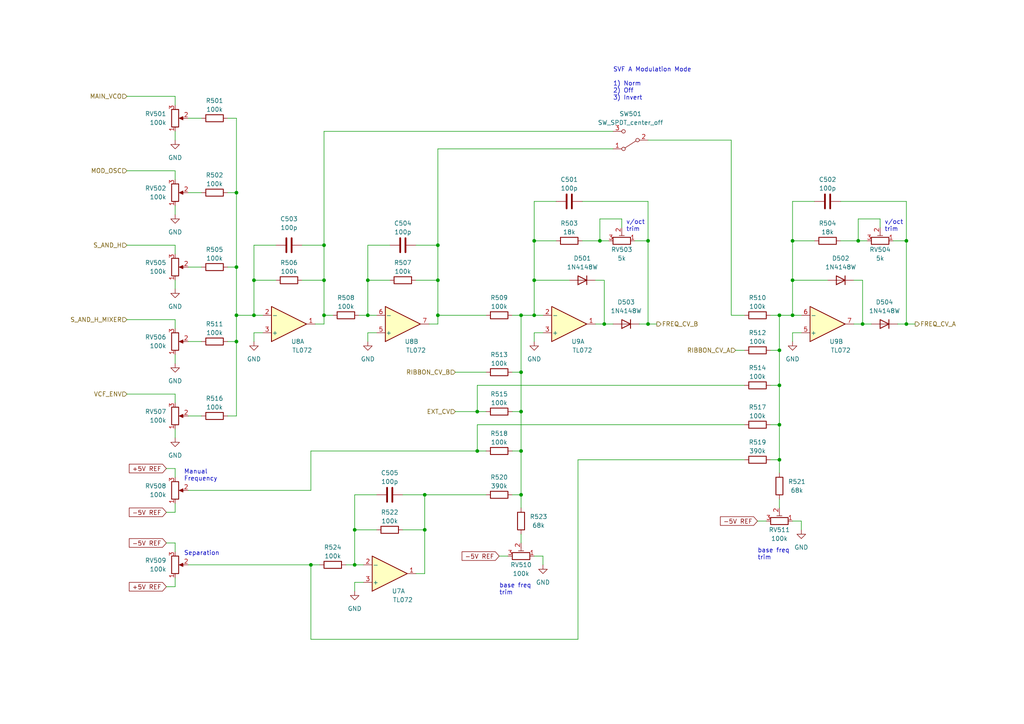
<source format=kicad_sch>
(kicad_sch (version 20211123) (generator eeschema)
  (paper "A4")
  (title_block (title "Josh Ox Ribbon Synth VCF/VCA board") (date "2022-07-21") (rev "0") (comment 1 "creativecommons.org/licenses/by/4.0/") (comment 2 "License: CC by 4.0") (comment 3 "Author: Jordan Aceto"))
  (lib_symbols
    (symbol "Amplifier_Operational:TL072" (pin_names (offset 0.127))
      (property "Reference" "U" (at 0 5.08 0))
      (property "Value" "TL072" (at 0 -5.08 0))
      (symbol "TL072_1_1"
        (polyline (pts (xy -5.08 5.08) (xy 5.08 0) (xy -5.08 -5.08) (xy -5.08 5.08)) (stroke (width 0.254)) (fill (type background)))
        (pin output line (at 7.62 0 180) (length 2.54) (name "~") (number "1"))
        (pin input line (at -7.62 -2.54 0) (length 2.54) (name "-") (number "2"))
        (pin input line (at -7.62 2.54 0) (length 2.54) (name "+") (number "3"))
      )
      (symbol "TL072_2_1"
        (polyline (pts (xy -5.08 5.08) (xy 5.08 0) (xy -5.08 -5.08) (xy -5.08 5.08)) (stroke (width 0.254)) (fill (type background)))
        (pin input line (at -7.62 2.54 0) (length 2.54) (name "+") (number "5"))
        (pin input line (at -7.62 -2.54 0) (length 2.54) (name "-") (number "6"))
        (pin output line (at 7.62 0 180) (length 2.54) (name "~") (number "7"))
      )
      (symbol "TL072_3_1"
        (pin power_in line (at -2.54 -7.62 90) (length 3.81) (name "V-") (number "4"))
        (pin power_in line (at -2.54 7.62 270) (length 3.81) (name "V+") (number "8"))
      )
    )
    (symbol "Device:C" (pin_numbers hide) (pin_names (offset 0.254))
      (property "Reference" "C" (at 0.635 2.54 0))
      (property "Value" "C" (at 0.635 -2.54 0))
      (symbol "C_0_1"
        (polyline (pts (xy -2.032 -0.762) (xy 2.032 -0.762)) (stroke (width 0.508)))
        (polyline (pts (xy -2.032 0.762) (xy 2.032 0.762)) (stroke (width 0.508)))
      )
      (symbol "C_1_1"
        (pin passive line (at 0 3.81 270) (length 2.794) (name "~") (number "1"))
        (pin passive line (at 0 -3.81 90) (length 2.794) (name "~") (number "2"))
      )
    )
    (symbol "Device:R" (pin_numbers hide) (pin_names (offset 0))
      (property "Reference" "R" (at 2.032 0 90))
      (property "Value" "R" (at 0 0 90))
      (symbol "R_0_1"
        (rectangle (start -1.016 -2.54) (end 1.016 2.54) (stroke (width 0.254)))
      )
      (symbol "R_1_1"
        (pin passive line (at 0 3.81 270) (length 1.27) (name "~") (number "1"))
        (pin passive line (at 0 -3.81 90) (length 1.27) (name "~") (number "2"))
      )
    )
    (symbol "Device:R_Potentiometer" (pin_names (offset 1.016) hide)
      (property "Reference" "RV" (at -4.445 0 90))
      (property "Value" "R_Potentiometer" (at -2.54 0 90))
      (symbol "R_Potentiometer_0_1"
        (polyline (pts (xy 2.54 0) (xy 1.524 0)))
        (polyline (pts (xy 1.143 0) (xy 2.286 0.508) (xy 2.286 -0.508) (xy 1.143 0)) (fill (type outline)))
        (rectangle (start 1.016 2.54) (end -1.016 -2.54) (stroke (width 0.254)))
      )
      (symbol "R_Potentiometer_1_1"
        (pin passive line (at 0 3.81 270) (length 1.27) (name "1") (number "1"))
        (pin passive line (at 3.81 0 180) (length 1.27) (name "2") (number "2"))
        (pin passive line (at 0 -3.81 90) (length 1.27) (name "3") (number "3"))
      )
    )
    (symbol "Device:R_Potentiometer_Trim" (pin_names (offset 1.016) hide)
      (property "Reference" "RV" (at -4.445 0 90))
      (property "Value" "R_Potentiometer_Trim" (at -2.54 0 90))
      (symbol "R_Potentiometer_Trim_0_1"
        (polyline (pts (xy 1.524 0.762) (xy 1.524 -0.762)))
        (polyline (pts (xy 2.54 0) (xy 1.524 0)))
        (rectangle (start 1.016 2.54) (end -1.016 -2.54) (stroke (width 0.254)))
      )
      (symbol "R_Potentiometer_Trim_1_1"
        (pin passive line (at 0 3.81 270) (length 1.27) (name "1") (number "1"))
        (pin passive line (at 3.81 0 180) (length 1.27) (name "2") (number "2"))
        (pin passive line (at 0 -3.81 90) (length 1.27) (name "3") (number "3"))
      )
    )
    (symbol "Diode:1N4148W" (pin_numbers hide) (pin_names (offset 1.016) hide)
      (property "Reference" "D" (at 0 2.54 0))
      (property "Value" "1N4148W" (at 0 -2.54 0))
      (symbol "1N4148W_0_1"
        (polyline (pts (xy -1.27 1.27) (xy -1.27 -1.27)) (stroke (width 0.254)))
        (polyline (pts (xy 1.27 0) (xy -1.27 0)))
        (polyline (pts (xy 1.27 1.27) (xy 1.27 -1.27) (xy -1.27 0) (xy 1.27 1.27)) (stroke (width 0.254)))
      )
      (symbol "1N4148W_1_1"
        (pin passive line (at -3.81 0 0) (length 2.54) (name "K") (number "1"))
        (pin passive line (at 3.81 0 180) (length 2.54) (name "A") (number "2"))
      )
    )
    (symbol "Switch:SW_SPDT" (pin_names (offset 0) hide)
      (property "Reference" "SW" (at 0 4.318 0))
      (property "Value" "SW_SPDT" (at 0 -5.08 0))
      (symbol "SW_SPDT_0_0"
        (circle (center -2.032 0) (radius 0.508))
        (circle (center 2.032 -2.54) (radius 0.508))
      )
      (symbol "SW_SPDT_0_1"
        (polyline (pts (xy -1.524 0.254) (xy 1.651 2.286)))
        (circle (center 2.032 2.54) (radius 0.508))
      )
      (symbol "SW_SPDT_1_1"
        (pin passive line (at 5.08 2.54 180) (length 2.54) (name "A") (number "1"))
        (pin passive line (at -5.08 0 0) (length 2.54) (name "B") (number "2"))
        (pin passive line (at 5.08 -2.54 180) (length 2.54) (name "C") (number "3"))
      )
    )
    (symbol "power:GND" (power) (pin_names (offset 0))
      (property "Value" "GND" (at 0 -3.81 0))
      (symbol "GND_0_1"
        (polyline (pts (xy 0 0) (xy 0 -1.27) (xy 1.27 -1.27) (xy 0 -2.54) (xy -1.27 -1.27) (xy 0 -1.27)))
      )
      (symbol "GND_1_1"
        (pin power_in line (at 0 0 270) (length 0) hide (name "GND") (number "1"))
      )
    )
  )
  (junction (at 250.19 93.98))
  (junction (at 68.58 91.44))
  (junction (at 151.13 119.38))
  (junction (at 187.96 69.85))
  (junction (at 93.98 81.28))
  (junction (at 226.06 133.35))
  (junction (at 187.96 93.98))
  (junction (at 226.06 91.44))
  (junction (at 175.26 93.98))
  (junction (at 229.87 81.28))
  (junction (at 102.87 163.83))
  (junction (at 68.58 55.88))
  (junction (at 226.06 101.6))
  (junction (at 123.19 153.67))
  (junction (at 127 71.12))
  (junction (at 262.89 69.85))
  (junction (at 123.19 143.51))
  (junction (at 151.13 91.44))
  (junction (at 73.66 81.28))
  (junction (at 90.17 163.83))
  (junction (at 229.87 91.44))
  (junction (at 127 91.44))
  (junction (at 151.13 143.51))
  (junction (at 68.58 77.47))
  (junction (at 154.94 69.85))
  (junction (at 73.66 91.44))
  (junction (at 102.87 153.67))
  (junction (at 106.68 81.28))
  (junction (at 93.98 71.12))
  (junction (at 138.43 130.81))
  (junction (at 127 81.28))
  (junction (at 226.06 123.19))
  (junction (at 93.98 91.44))
  (junction (at 154.94 91.44))
  (junction (at 154.94 81.28))
  (junction (at 68.58 99.06))
  (junction (at 138.43 119.38))
  (junction (at 248.92 69.85))
  (junction (at 151.13 130.81))
  (junction (at 226.06 111.76))
  (junction (at 106.68 91.44))
  (junction (at 173.99 69.85))
  (junction (at 151.13 107.95))
  (junction (at 229.87 69.85))
  (junction (at 262.89 93.98))
  (wire (pts (xy 148.59 143.51) (xy 151.13 143.51)))
  (wire (pts (xy 138.43 119.38) (xy 138.43 111.76)))
  (wire (pts (xy 229.87 81.28) (xy 240.03 81.28)))
  (wire (pts (xy 175.26 81.28) (xy 172.72 81.28)))
  (wire (pts (xy 109.22 91.44) (xy 106.68 91.44)))
  (wire (pts (xy 109.22 143.51) (xy 102.87 143.51)))
  (wire (pts (xy 50.8 135.89) (xy 50.8 138.43)))
  (wire (pts (xy 151.13 91.44) (xy 151.13 107.95)))
  (wire (pts (xy 50.8 127) (xy 50.8 124.46)))
  (wire (pts (xy 138.43 111.76) (xy 215.9 111.76)))
  (wire (pts (xy 90.17 142.24) (xy 90.17 130.81)))
  (wire (pts (xy 248.92 63.5) (xy 248.92 69.85)))
  (wire (pts (xy 157.48 163.83) (xy 157.48 161.29)))
  (wire (pts (xy 262.89 93.98) (xy 262.89 69.85)))
  (wire (pts (xy 90.17 185.42) (xy 167.64 185.42)))
  (wire (pts (xy 154.94 58.42) (xy 154.94 69.85)))
  (wire (pts (xy 36.83 71.12) (xy 50.8 71.12)))
  (wire (pts (xy 93.98 91.44) (xy 93.98 81.28)))
  (wire (pts (xy 124.46 93.98) (xy 127 93.98)))
  (wire (pts (xy 223.52 111.76) (xy 226.06 111.76)))
  (wire (pts (xy 73.66 71.12) (xy 73.66 81.28)))
  (wire (pts (xy 50.8 105.41) (xy 50.8 102.87)))
  (wire (pts (xy 50.8 49.53) (xy 50.8 52.07)))
  (wire (pts (xy 138.43 123.19) (xy 215.9 123.19)))
  (wire (pts (xy 73.66 96.52) (xy 76.2 96.52)))
  (wire (pts (xy 248.92 69.85) (xy 243.84 69.85)))
  (wire (pts (xy 48.26 157.48) (xy 50.8 157.48)))
  (wire (pts (xy 54.61 120.65) (xy 58.42 120.65)))
  (wire (pts (xy 173.99 63.5) (xy 173.99 69.85)))
  (wire (pts (xy 50.8 62.23) (xy 50.8 59.69)))
  (wire (pts (xy 113.03 71.12) (xy 106.68 71.12)))
  (wire (pts (xy 175.26 93.98) (xy 175.26 81.28)))
  (wire (pts (xy 50.8 157.48) (xy 50.8 160.02)))
  (wire (pts (xy 229.87 96.52) (xy 232.41 96.52)))
  (wire (pts (xy 168.91 58.42) (xy 187.96 58.42)))
  (wire (pts (xy 226.06 101.6) (xy 226.06 111.76)))
  (wire (pts (xy 236.22 58.42) (xy 229.87 58.42)))
  (wire (pts (xy 93.98 81.28) (xy 87.63 81.28)))
  (wire (pts (xy 177.8 43.18) (xy 127 43.18)))
  (wire (pts (xy 104.14 91.44) (xy 106.68 91.44)))
  (wire (pts (xy 54.61 34.29) (xy 58.42 34.29)))
  (wire (pts (xy 226.06 91.44) (xy 229.87 91.44)))
  (wire (pts (xy 177.8 38.1) (xy 93.98 38.1)))
  (wire (pts (xy 255.27 66.04) (xy 255.27 63.5)))
  (wire (pts (xy 50.8 71.12) (xy 50.8 73.66)))
  (wire (pts (xy 262.89 69.85) (xy 259.08 69.85)))
  (wire (pts (xy 232.41 153.67) (xy 232.41 151.13)))
  (wire (pts (xy 76.2 91.44) (xy 73.66 91.44)))
  (wire (pts (xy 127 91.44) (xy 127 81.28)))
  (wire (pts (xy 48.26 170.18) (xy 50.8 170.18)))
  (wire (pts (xy 173.99 69.85) (xy 168.91 69.85)))
  (wire (pts (xy 232.41 91.44) (xy 229.87 91.44)))
  (wire (pts (xy 50.8 170.18) (xy 50.8 167.64)))
  (wire (pts (xy 226.06 91.44) (xy 223.52 91.44)))
  (wire (pts (xy 180.34 66.04) (xy 180.34 63.5)))
  (wire (pts (xy 66.04 120.65) (xy 68.58 120.65)))
  (wire (pts (xy 50.8 83.82) (xy 50.8 81.28)))
  (wire (pts (xy 106.68 71.12) (xy 106.68 81.28)))
  (wire (pts (xy 66.04 99.06) (xy 68.58 99.06)))
  (wire (pts (xy 123.19 153.67) (xy 116.84 153.67)))
  (wire (pts (xy 229.87 81.28) (xy 229.87 91.44)))
  (wire (pts (xy 187.96 93.98) (xy 187.96 69.85)))
  (wire (pts (xy 250.19 81.28) (xy 247.65 81.28)))
  (wire (pts (xy 226.06 123.19) (xy 226.06 133.35)))
  (wire (pts (xy 154.94 69.85) (xy 161.29 69.85)))
  (wire (pts (xy 102.87 168.91) (xy 105.41 168.91)))
  (wire (pts (xy 229.87 69.85) (xy 229.87 81.28)))
  (wire (pts (xy 73.66 99.06) (xy 73.66 96.52)))
  (wire (pts (xy 54.61 142.24) (xy 90.17 142.24)))
  (wire (pts (xy 175.26 93.98) (xy 177.8 93.98)))
  (wire (pts (xy 226.06 133.35) (xy 226.06 137.16)))
  (wire (pts (xy 243.84 58.42) (xy 262.89 58.42)))
  (wire (pts (xy 127 93.98) (xy 127 91.44)))
  (wire (pts (xy 102.87 171.45) (xy 102.87 168.91)))
  (wire (pts (xy 120.65 166.37) (xy 123.19 166.37)))
  (wire (pts (xy 90.17 163.83) (xy 92.71 163.83)))
  (wire (pts (xy 229.87 99.06) (xy 229.87 96.52)))
  (wire (pts (xy 172.72 93.98) (xy 175.26 93.98)))
  (wire (pts (xy 102.87 163.83) (xy 102.87 153.67)))
  (wire (pts (xy 48.26 148.59) (xy 50.8 148.59)))
  (wire (pts (xy 87.63 71.12) (xy 93.98 71.12)))
  (wire (pts (xy 132.08 119.38) (xy 138.43 119.38)))
  (wire (pts (xy 154.94 69.85) (xy 154.94 81.28)))
  (wire (pts (xy 91.44 93.98) (xy 93.98 93.98)))
  (wire (pts (xy 185.42 93.98) (xy 187.96 93.98)))
  (wire (pts (xy 262.89 58.42) (xy 262.89 69.85)))
  (wire (pts (xy 93.98 91.44) (xy 96.52 91.44)))
  (wire (pts (xy 90.17 163.83) (xy 90.17 185.42)))
  (wire (pts (xy 151.13 91.44) (xy 148.59 91.44)))
  (wire (pts (xy 215.9 91.44) (xy 212.09 91.44)))
  (wire (pts (xy 106.68 91.44) (xy 106.68 81.28)))
  (wire (pts (xy 106.68 96.52) (xy 109.22 96.52)))
  (wire (pts (xy 148.59 119.38) (xy 151.13 119.38)))
  (wire (pts (xy 127 43.18) (xy 127 71.12)))
  (wire (pts (xy 167.64 185.42) (xy 167.64 133.35)))
  (wire (pts (xy 223.52 133.35) (xy 226.06 133.35)))
  (wire (pts (xy 212.09 91.44) (xy 212.09 40.64)))
  (wire (pts (xy 106.68 99.06) (xy 106.68 96.52)))
  (wire (pts (xy 66.04 55.88) (xy 68.58 55.88)))
  (wire (pts (xy 255.27 63.5) (xy 248.92 63.5)))
  (wire (pts (xy 127 71.12) (xy 127 81.28)))
  (wire (pts (xy 151.13 119.38) (xy 151.13 130.81)))
  (wire (pts (xy 127 91.44) (xy 140.97 91.44)))
  (wire (pts (xy 68.58 34.29) (xy 66.04 34.29)))
  (wire (pts (xy 105.41 163.83) (xy 102.87 163.83)))
  (wire (pts (xy 187.96 69.85) (xy 184.15 69.85)))
  (wire (pts (xy 93.98 38.1) (xy 93.98 71.12)))
  (wire (pts (xy 232.41 151.13) (xy 229.87 151.13)))
  (wire (pts (xy 180.34 63.5) (xy 173.99 63.5)))
  (wire (pts (xy 151.13 91.44) (xy 154.94 91.44)))
  (wire (pts (xy 54.61 99.06) (xy 58.42 99.06)))
  (wire (pts (xy 93.98 71.12) (xy 93.98 81.28)))
  (wire (pts (xy 50.8 40.64) (xy 50.8 38.1)))
  (wire (pts (xy 148.59 107.95) (xy 151.13 107.95)))
  (wire (pts (xy 132.08 107.95) (xy 140.97 107.95)))
  (wire (pts (xy 151.13 154.94) (xy 151.13 157.48)))
  (wire (pts (xy 48.26 135.89) (xy 50.8 135.89)))
  (wire (pts (xy 154.94 81.28) (xy 165.1 81.28)))
  (wire (pts (xy 148.59 130.81) (xy 151.13 130.81)))
  (wire (pts (xy 223.52 101.6) (xy 226.06 101.6)))
  (wire (pts (xy 226.06 144.78) (xy 226.06 147.32)))
  (wire (pts (xy 151.13 130.81) (xy 151.13 143.51)))
  (wire (pts (xy 229.87 58.42) (xy 229.87 69.85)))
  (wire (pts (xy 68.58 120.65) (xy 68.58 99.06)))
  (wire (pts (xy 226.06 91.44) (xy 226.06 101.6)))
  (wire (pts (xy 36.83 49.53) (xy 50.8 49.53)))
  (wire (pts (xy 54.61 77.47) (xy 58.42 77.47)))
  (wire (pts (xy 102.87 153.67) (xy 109.22 153.67)))
  (wire (pts (xy 36.83 114.3) (xy 50.8 114.3)))
  (wire (pts (xy 73.66 91.44) (xy 73.66 81.28)))
  (wire (pts (xy 138.43 130.81) (xy 138.43 123.19)))
  (wire (pts (xy 223.52 123.19) (xy 226.06 123.19)))
  (wire (pts (xy 116.84 143.51) (xy 123.19 143.51)))
  (wire (pts (xy 68.58 91.44) (xy 73.66 91.44)))
  (wire (pts (xy 226.06 111.76) (xy 226.06 123.19)))
  (wire (pts (xy 50.8 92.71) (xy 50.8 95.25)))
  (wire (pts (xy 161.29 58.42) (xy 154.94 58.42)))
  (wire (pts (xy 138.43 119.38) (xy 140.97 119.38)))
  (wire (pts (xy 247.65 93.98) (xy 250.19 93.98)))
  (wire (pts (xy 50.8 114.3) (xy 50.8 116.84)))
  (wire (pts (xy 120.65 71.12) (xy 127 71.12)))
  (wire (pts (xy 123.19 143.51) (xy 140.97 143.51)))
  (wire (pts (xy 157.48 91.44) (xy 154.94 91.44)))
  (wire (pts (xy 90.17 130.81) (xy 138.43 130.81)))
  (wire (pts (xy 154.94 96.52) (xy 157.48 96.52)))
  (wire (pts (xy 127 81.28) (xy 120.65 81.28)))
  (wire (pts (xy 100.33 163.83) (xy 102.87 163.83)))
  (wire (pts (xy 213.36 101.6) (xy 215.9 101.6)))
  (wire (pts (xy 73.66 81.28) (xy 80.01 81.28)))
  (wire (pts (xy 68.58 55.88) (xy 68.58 34.29)))
  (wire (pts (xy 54.61 55.88) (xy 58.42 55.88)))
  (wire (pts (xy 212.09 40.64) (xy 187.96 40.64)))
  (wire (pts (xy 36.83 92.71) (xy 50.8 92.71)))
  (wire (pts (xy 262.89 93.98) (xy 265.43 93.98)))
  (wire (pts (xy 219.71 151.13) (xy 222.25 151.13)))
  (wire (pts (xy 154.94 81.28) (xy 154.94 91.44)))
  (wire (pts (xy 80.01 71.12) (xy 73.66 71.12)))
  (wire (pts (xy 250.19 93.98) (xy 252.73 93.98)))
  (wire (pts (xy 123.19 143.51) (xy 123.19 153.67)))
  (wire (pts (xy 176.53 69.85) (xy 173.99 69.85)))
  (wire (pts (xy 151.13 143.51) (xy 151.13 147.32)))
  (wire (pts (xy 187.96 93.98) (xy 190.5 93.98)))
  (wire (pts (xy 66.04 77.47) (xy 68.58 77.47)))
  (wire (pts (xy 154.94 99.06) (xy 154.94 96.52)))
  (wire (pts (xy 106.68 81.28) (xy 113.03 81.28)))
  (wire (pts (xy 68.58 77.47) (xy 68.58 91.44)))
  (wire (pts (xy 144.78 161.29) (xy 147.32 161.29)))
  (wire (pts (xy 187.96 58.42) (xy 187.96 69.85)))
  (wire (pts (xy 157.48 161.29) (xy 154.94 161.29)))
  (wire (pts (xy 50.8 148.59) (xy 50.8 146.05)))
  (wire (pts (xy 54.61 163.83) (xy 90.17 163.83)))
  (wire (pts (xy 260.35 93.98) (xy 262.89 93.98)))
  (wire (pts (xy 123.19 153.67) (xy 123.19 166.37)))
  (wire (pts (xy 138.43 130.81) (xy 140.97 130.81)))
  (wire (pts (xy 50.8 27.94) (xy 50.8 30.48)))
  (wire (pts (xy 102.87 143.51) (xy 102.87 153.67)))
  (wire (pts (xy 36.83 27.94) (xy 50.8 27.94)))
  (wire (pts (xy 151.13 107.95) (xy 151.13 119.38)))
  (wire (pts (xy 251.46 69.85) (xy 248.92 69.85)))
  (wire (pts (xy 167.64 133.35) (xy 215.9 133.35)))
  (wire (pts (xy 68.58 91.44) (xy 68.58 99.06)))
  (wire (pts (xy 93.98 93.98) (xy 93.98 91.44)))
  (wire (pts (xy 250.19 93.98) (xy 250.19 81.28)))
  (wire (pts (xy 68.58 77.47) (xy 68.58 55.88)))
  (wire (pts (xy 229.87 69.85) (xy 236.22 69.85)))
  (text "Manual \nFrequency" (at 53.34 139.7 0) (effects (font (size 1.27 1.27)) (justify left bottom)))
  (text "SVF A Modulation Mode\n\n1) Norm\n2) Off\n3) Invert" (at 177.8 29.21 0) (effects (font (size 1.27 1.27)) (justify left bottom)))
  (text "Separation" (at 53.34 161.29 0) (effects (font (size 1.27 1.27)) (justify left bottom)))
  (text "base freq\ntrim" (at 144.78 172.72 0) (effects (font (size 1.27 1.27)) (justify left bottom)))
  (text "base freq\ntrim" (at 219.71 162.56 0) (effects (font (size 1.27 1.27)) (justify left bottom)))
  (text "v/oct \ntrim" (at 256.54 67.31 0) (effects (font (size 1.27 1.27)) (justify left bottom)))
  (text "v/oct \ntrim" (at 181.61 67.31 0) (effects (font (size 1.27 1.27)) (justify left bottom)))
  (global_label "-5V REF" (shape input) (at 48.26 148.59 180) (property "Intersheet References" "${INTERSHEET_REFS}" (effects hide)))
  (global_label "-5V REF" (shape input) (at 48.26 157.48 180) (property "Intersheet References" "${INTERSHEET_REFS}" (effects hide)))
  (global_label "-5V REF" (shape input) (at 144.78 161.29 180) (property "Intersheet References" "${INTERSHEET_REFS}" (effects hide)))
  (global_label "+5V REF" (shape input) (at 48.26 170.18 180) (property "Intersheet References" "${INTERSHEET_REFS}" (effects hide)))
  (global_label "-5V REF" (shape input) (at 219.71 151.13 180) (property "Intersheet References" "${INTERSHEET_REFS}" (effects hide)))
  (global_label "+5V REF" (shape input) (at 48.26 135.89 180) (property "Intersheet References" "${INTERSHEET_REFS}" (effects hide)))
  (hierarchical_label "RIBBON_CV_A" (shape input) (at 213.36 101.6 180))
  (hierarchical_label "EXT_CV" (shape input) (at 132.08 119.38 180))
  (hierarchical_label "VCF_ENV" (shape input) (at 36.83 114.3 180))
  (hierarchical_label "MAIN_VCO" (shape input) (at 36.83 27.94 180))
  (hierarchical_label "FREQ_CV_A" (shape output) (at 265.43 93.98 0))
  (hierarchical_label "S_AND_H_MIXER" (shape input) (at 36.83 92.71 180))
  (hierarchical_label "MOD_OSC" (shape input) (at 36.83 49.53 180))
  (hierarchical_label "S_AND_H" (shape input) (at 36.83 71.12 180))
  (hierarchical_label "RIBBON_CV_B" (shape input) (at 132.08 107.95 180))
  (hierarchical_label "FREQ_CV_B" (shape output) (at 190.5 93.98 0))
  (symbol (lib_id "power:GND") (at 229.87 99.06 0) (unit 1)
    (property "Reference" "#PWR0407" (effects hide))
    (property "Value" "GND" (at 229.87 104.14 0))
  )
  (symbol (lib_id "Device:C") (at 116.84 71.12 90) (unit 1)
    (property "Reference" "C504" (at 116.84 64.77 90))
    (property "Value" "100p" (at 116.84 67.31 90))
    (property "Footprint" "Capacitor_SMD:C_0805_2012Metric" (effects hide))
  )
  (symbol (lib_id "Device:C") (at 83.82 71.12 90) (unit 1)
    (property "Reference" "C503" (at 83.82 63.5 90))
    (property "Value" "100p" (at 83.82 66.04 90))
    (property "Footprint" "Capacitor_SMD:C_0805_2012Metric" (effects hide))
  )
  (symbol (lib_id "power:GND") (at 50.8 105.41 0) (unit 1)
    (property "Reference" "#PWR0408" (effects hide))
    (property "Value" "GND" (at 50.8 110.49 0))
  )
  (symbol (lib_id "power:GND") (at 50.8 127 0) (unit 1)
    (property "Reference" "#PWR0409" (effects hide))
    (property "Value" "GND" (at 50.8 132.08 0))
  )
  (symbol (lib_id "Device:C") (at 240.03 58.42 90) (unit 1)
    (property "Reference" "C502" (at 240.03 52.07 90))
    (property "Value" "100p" (at 240.03 54.61 90))
    (property "Footprint" "Capacitor_SMD:C_0805_2012Metric" (effects hide))
  )
  (symbol (lib_id "Device:R") (at 165.1 69.85 90) (unit 1)
    (property "Reference" "R503" (at 165.1 64.77 90))
    (property "Value" "18k" (at 165.1 67.31 90))
    (property "Footprint" "Resistor_SMD:R_0805_2012Metric" (effects hide))
  )
  (symbol (lib_id "Device:R") (at 62.23 34.29 90) (unit 1)
    (property "Reference" "R501" (at 62.23 29.21 90))
    (property "Value" "100k" (at 62.23 31.75 90))
    (property "Footprint" "Resistor_SMD:R_0805_2012Metric" (effects hide))
  )
  (symbol (lib_id "Device:R") (at 219.71 133.35 90) (unit 1)
    (property "Reference" "R519" (at 219.71 128.27 90))
    (property "Value" "390k" (at 219.71 130.81 90))
    (property "Footprint" "Resistor_SMD:R_0805_2012Metric" (effects hide))
  )
  (symbol (lib_id "Device:R_Potentiometer") (at 50.8 163.83 0) (mirror x) (unit 1)
    (property "Reference" "RV509" (at 48.26 162.5599 0) (effects (justify right)))
    (property "Value" "100k" (at 48.26 165.0999 0) (effects (justify right)))
    (property "Footprint" "Potentiometer_THT:Potentiometer_Alpha_RD901F-40-00D_Single_Vertical" (effects hide))
  )
  (symbol (lib_id "Device:R_Potentiometer") (at 50.8 99.06 0) (mirror x) (unit 1)
    (property "Reference" "RV506" (at 48.26 97.7899 0) (effects (justify right)))
    (property "Value" "100k" (at 48.26 100.3299 0) (effects (justify right)))
    (property "Footprint" "Potentiometer_THT:Potentiometer_Alpha_RD901F-40-00D_Single_Vertical" (effects hide))
  )
  (symbol (lib_id "Device:R") (at 62.23 99.06 90) (unit 1)
    (property "Reference" "R511" (at 62.23 93.98 90))
    (property "Value" "100k" (at 62.23 96.52 90))
    (property "Footprint" "Resistor_SMD:R_0805_2012Metric" (effects hide))
  )
  (symbol (lib_id "power:GND") (at 50.8 62.23 0) (unit 1)
    (property "Reference" "#PWR0402" (effects hide))
    (property "Value" "GND" (at 50.8 67.31 0))
  )
  (symbol (lib_id "Amplifier_Operational:TL072") (at 165.1 93.98 0) (mirror x) (unit 1)
    (property "Reference" "U9" (at 167.64 99.06 0))
    (property "Value" "TL072" (at 168.91 101.6 0))
    (property "Footprint" "Package_SO:SO-8_5.3x6.2mm_P1.27mm" (effects hide))
    (property "Datasheet" "http://www.ti.com/lit/ds/symlink/tl071.pdf" (effects hide))
  )
  (symbol (lib_id "Amplifier_Operational:TL072") (at 83.82 93.98 0) (mirror x) (unit 1)
    (property "Reference" "U8" (at 86.36 99.06 0))
    (property "Value" "TL072" (at 87.63 101.6 0))
    (property "Footprint" "Package_SO:SO-8_5.3x6.2mm_P1.27mm" (effects hide))
    (property "Datasheet" "http://www.ti.com/lit/ds/symlink/tl071.pdf" (effects hide))
  )
  (symbol (lib_id "Device:R_Potentiometer") (at 50.8 34.29 0) (mirror x) (unit 1)
    (property "Reference" "RV501" (at 48.26 33.0199 0) (effects (justify right)))
    (property "Value" "100k" (at 48.26 35.5599 0) (effects (justify right)))
    (property "Footprint" "Potentiometer_THT:Potentiometer_Alpha_RD901F-40-00D_Single_Vertical" (effects hide))
  )
  (symbol (lib_id "Device:R") (at 113.03 153.67 90) (unit 1)
    (property "Reference" "R522" (at 113.03 148.59 90))
    (property "Value" "100k" (at 113.03 151.13 90))
    (property "Footprint" "Resistor_SMD:R_0805_2012Metric" (effects hide))
  )
  (symbol (lib_id "Device:R") (at 62.23 77.47 90) (unit 1)
    (property "Reference" "R505" (at 62.23 72.39 90))
    (property "Value" "100k" (at 62.23 74.93 90))
    (property "Footprint" "Resistor_SMD:R_0805_2012Metric" (effects hide))
  )
  (symbol (lib_id "Device:R") (at 219.71 123.19 90) (unit 1)
    (property "Reference" "R517" (at 219.71 118.11 90))
    (property "Value" "100k" (at 219.71 120.65 90))
    (property "Footprint" "Resistor_SMD:R_0805_2012Metric" (effects hide))
  )
  (symbol (lib_id "Diode:1N4148W") (at 168.91 81.28 180) (unit 1)
    (property "Reference" "D501" (at 168.91 74.93 0))
    (property "Value" "1N4148W" (at 168.91 77.47 0))
    (property "Footprint" "Diode_SMD:D_SOD-123" (effects hide))
    (property "Datasheet" "https://www.vishay.com/docs/85748/1n4148w.pdf" (effects hide))
  )
  (symbol (lib_id "power:GND") (at 50.8 40.64 0) (unit 1)
    (property "Reference" "#PWR0401" (effects hide))
    (property "Value" "GND" (at 50.8 45.72 0))
  )
  (symbol (lib_id "Device:R_Potentiometer_Trim") (at 151.13 161.29 270) (mirror x) (unit 1)
    (property "Reference" "RV510" (at 151.13 163.83 90))
    (property "Value" "100k" (at 151.13 166.37 90))
    (property "Footprint" "Potentiometer_THT:Potentiometer_Bourns_3296W_Vertical" (effects hide))
  )
  (symbol (lib_id "Device:C") (at 113.03 143.51 90) (unit 1)
    (property "Reference" "C505" (at 113.03 137.16 90))
    (property "Value" "100p" (at 113.03 139.7 90))
    (property "Footprint" "Capacitor_SMD:C_0805_2012Metric" (effects hide))
  )
  (symbol (lib_id "Device:R") (at 151.13 151.13 180) (unit 1)
    (property "Reference" "R523" (at 156.21 149.86 0))
    (property "Value" "68k" (at 156.21 152.4 0))
    (property "Footprint" "Resistor_SMD:R_0805_2012Metric" (effects hide))
  )
  (symbol (lib_id "Device:R") (at 144.78 130.81 90) (unit 1)
    (property "Reference" "R518" (at 144.78 125.73 90))
    (property "Value" "100k" (at 144.78 128.27 90))
    (property "Footprint" "Resistor_SMD:R_0805_2012Metric" (effects hide))
  )
  (symbol (lib_id "Device:R") (at 219.71 111.76 90) (unit 1)
    (property "Reference" "R514" (at 219.71 106.68 90))
    (property "Value" "100k" (at 219.71 109.22 90))
    (property "Footprint" "Resistor_SMD:R_0805_2012Metric" (effects hide))
  )
  (symbol (lib_id "Device:R") (at 116.84 81.28 90) (unit 1)
    (property "Reference" "R507" (at 116.84 76.2 90))
    (property "Value" "100k" (at 116.84 78.74 90))
    (property "Footprint" "Resistor_SMD:R_0805_2012Metric" (effects hide))
  )
  (symbol (lib_id "power:GND") (at 106.68 99.06 0) (unit 1)
    (property "Reference" "#PWR0405" (effects hide))
    (property "Value" "GND" (at 106.68 104.14 0))
  )
  (symbol (lib_id "Switch:SW_SPDT") (at 182.88 40.64 180) (unit 1)
    (property "Reference" "SW501" (at 182.88 33.02 0))
    (property "Value" "SW_SPDT_center_off" (at 182.88 35.56 0))
    (property "Footprint" "custom_footprints:SPDT_mini_toggle" (effects hide))
  )
  (symbol (lib_id "Diode:1N4148W") (at 256.54 93.98 180) (unit 1)
    (property "Reference" "D504" (at 256.54 87.63 0))
    (property "Value" "1N4148W" (at 256.54 90.17 0))
    (property "Footprint" "Diode_SMD:D_SOD-123" (effects hide))
    (property "Datasheet" "https://www.vishay.com/docs/85748/1n4148w.pdf" (effects hide))
  )
  (symbol (lib_id "Device:R") (at 226.06 140.97 180) (unit 1)
    (property "Reference" "R521" (at 231.14 139.7 0))
    (property "Value" "68k" (at 231.14 142.24 0))
    (property "Footprint" "Resistor_SMD:R_0805_2012Metric" (effects hide))
  )
  (symbol (lib_id "Device:R_Potentiometer") (at 50.8 120.65 0) (mirror x) (unit 1)
    (property "Reference" "RV507" (at 48.26 119.3799 0) (effects (justify right)))
    (property "Value" "100k" (at 48.26 121.9199 0) (effects (justify right)))
    (property "Footprint" "Potentiometer_THT:Potentiometer_Alpha_RD901F-40-00D_Single_Vertical" (effects hide))
  )
  (symbol (lib_id "Device:R") (at 144.78 107.95 90) (unit 1)
    (property "Reference" "R513" (at 144.78 102.87 90))
    (property "Value" "100k" (at 144.78 105.41 90))
    (property "Footprint" "Resistor_SMD:R_0805_2012Metric" (effects hide))
  )
  (symbol (lib_id "Device:R") (at 83.82 81.28 90) (unit 1)
    (property "Reference" "R506" (at 83.82 76.2 90))
    (property "Value" "100k" (at 83.82 78.74 90))
    (property "Footprint" "Resistor_SMD:R_0805_2012Metric" (effects hide))
  )
  (symbol (lib_id "Amplifier_Operational:TL072") (at 116.84 93.98 0) (mirror x) (unit 2)
    (property "Reference" "U8" (at 119.38 99.06 0))
    (property "Value" "TL072" (at 120.65 101.6 0))
    (property "Footprint" "Package_SO:SO-8_5.3x6.2mm_P1.27mm" (effects hide))
    (property "Datasheet" "http://www.ti.com/lit/ds/symlink/tl071.pdf" (effects hide))
  )
  (symbol (lib_id "Device:R") (at 144.78 119.38 90) (unit 1)
    (property "Reference" "R515" (at 144.78 114.3 90))
    (property "Value" "100k" (at 144.78 116.84 90))
    (property "Footprint" "Resistor_SMD:R_0805_2012Metric" (effects hide))
  )
  (symbol (lib_id "power:GND") (at 102.87 171.45 0) (unit 1)
    (property "Reference" "#PWR0410" (effects hide))
    (property "Value" "GND" (at 102.87 176.53 0))
  )
  (symbol (lib_id "Device:R_Potentiometer") (at 50.8 55.88 0) (mirror x) (unit 1)
    (property "Reference" "RV502" (at 48.26 54.6099 0) (effects (justify right)))
    (property "Value" "100k" (at 48.26 57.1499 0) (effects (justify right)))
    (property "Footprint" "Potentiometer_THT:Potentiometer_Alpha_RD901F-40-00D_Single_Vertical" (effects hide))
  )
  (symbol (lib_id "Device:R") (at 100.33 91.44 90) (unit 1)
    (property "Reference" "R508" (at 100.33 86.36 90))
    (property "Value" "100k" (at 100.33 88.9 90))
    (property "Footprint" "Resistor_SMD:R_0805_2012Metric" (effects hide))
  )
  (symbol (lib_id "Device:R") (at 144.78 143.51 90) (unit 1)
    (property "Reference" "R520" (at 144.78 138.43 90))
    (property "Value" "390k" (at 144.78 140.97 90))
    (property "Footprint" "Resistor_SMD:R_0805_2012Metric" (effects hide))
  )
  (symbol (lib_id "Device:R_Potentiometer_Trim") (at 226.06 151.13 270) (mirror x) (unit 1)
    (property "Reference" "RV511" (at 226.06 153.67 90))
    (property "Value" "100k" (at 226.06 156.21 90))
    (property "Footprint" "Potentiometer_THT:Potentiometer_Bourns_3296W_Vertical" (effects hide))
  )
  (symbol (lib_id "Device:R") (at 144.78 91.44 90) (unit 1)
    (property "Reference" "R509" (at 144.78 86.36 90))
    (property "Value" "100k" (at 144.78 88.9 90))
    (property "Footprint" "Resistor_SMD:R_0805_2012Metric" (effects hide))
  )
  (symbol (lib_id "power:GND") (at 157.48 163.83 0) (mirror y) (unit 1)
    (property "Reference" "#PWR0411" (effects hide))
    (property "Value" "GND" (at 157.48 168.91 0))
  )
  (symbol (lib_id "Device:R") (at 219.71 101.6 90) (unit 1)
    (property "Reference" "R512" (at 219.71 96.52 90))
    (property "Value" "100k" (at 219.71 99.06 90))
    (property "Footprint" "Resistor_SMD:R_0805_2012Metric" (effects hide))
  )
  (symbol (lib_id "Device:R") (at 62.23 120.65 90) (unit 1)
    (property "Reference" "R516" (at 62.23 115.57 90))
    (property "Value" "100k" (at 62.23 118.11 90))
    (property "Footprint" "Resistor_SMD:R_0805_2012Metric" (effects hide))
  )
  (symbol (lib_id "Diode:1N4148W") (at 243.84 81.28 180) (unit 1)
    (property "Reference" "D502" (at 243.84 74.93 0))
    (property "Value" "1N4148W" (at 243.84 77.47 0))
    (property "Footprint" "Diode_SMD:D_SOD-123" (effects hide))
    (property "Datasheet" "https://www.vishay.com/docs/85748/1n4148w.pdf" (effects hide))
  )
  (symbol (lib_id "Device:R") (at 96.52 163.83 90) (unit 1)
    (property "Reference" "R524" (at 96.52 158.75 90))
    (property "Value" "100k" (at 96.52 161.29 90))
    (property "Footprint" "Resistor_SMD:R_0805_2012Metric" (effects hide))
  )
  (symbol (lib_id "power:GND") (at 154.94 99.06 0) (unit 1)
    (property "Reference" "#PWR0406" (effects hide))
    (property "Value" "GND" (at 154.94 104.14 0))
  )
  (symbol (lib_id "Diode:1N4148W") (at 181.61 93.98 180) (unit 1)
    (property "Reference" "D503" (at 181.61 87.63 0))
    (property "Value" "1N4148W" (at 181.61 90.17 0))
    (property "Footprint" "Diode_SMD:D_SOD-123" (effects hide))
    (property "Datasheet" "https://www.vishay.com/docs/85748/1n4148w.pdf" (effects hide))
  )
  (symbol (lib_id "Device:R_Potentiometer_Trim") (at 180.34 69.85 270) (mirror x) (unit 1)
    (property "Reference" "RV503" (at 180.34 72.39 90))
    (property "Value" "5k" (at 180.34 74.93 90))
    (property "Footprint" "Potentiometer_THT:Potentiometer_Bourns_3296W_Vertical" (effects hide))
  )
  (symbol (lib_id "power:GND") (at 73.66 99.06 0) (unit 1)
    (property "Reference" "#PWR0404" (effects hide))
    (property "Value" "GND" (at 73.66 104.14 0))
  )
  (symbol (lib_id "Device:R_Potentiometer") (at 50.8 142.24 0) (mirror x) (unit 1)
    (property "Reference" "RV508" (at 48.26 140.9699 0) (effects (justify right)))
    (property "Value" "100k" (at 48.26 143.5099 0) (effects (justify right)))
    (property "Footprint" "Potentiometer_THT:Potentiometer_Alpha_RD901F-40-00D_Single_Vertical" (effects hide))
  )
  (symbol (lib_id "Device:R") (at 219.71 91.44 90) (unit 1)
    (property "Reference" "R510" (at 219.71 86.36 90))
    (property "Value" "100k" (at 219.71 88.9 90))
    (property "Footprint" "Resistor_SMD:R_0805_2012Metric" (effects hide))
  )
  (symbol (lib_id "Device:R") (at 240.03 69.85 90) (unit 1)
    (property "Reference" "R504" (at 240.03 64.77 90))
    (property "Value" "18k" (at 240.03 67.31 90))
    (property "Footprint" "Resistor_SMD:R_0805_2012Metric" (effects hide))
  )
  (symbol (lib_id "Device:R_Potentiometer_Trim") (at 255.27 69.85 270) (mirror x) (unit 1)
    (property "Reference" "RV504" (at 255.27 72.39 90))
    (property "Value" "5k" (at 255.27 74.93 90))
    (property "Footprint" "Potentiometer_THT:Potentiometer_Bourns_3296W_Vertical" (effects hide))
  )
  (symbol (lib_id "Amplifier_Operational:TL072") (at 113.03 166.37 0) (mirror x) (unit 1)
    (property "Reference" "U7" (at 115.57 171.45 0))
    (property "Value" "TL072" (at 116.84 173.99 0))
    (property "Footprint" "Package_SO:SO-8_5.3x6.2mm_P1.27mm" (effects hide))
    (property "Datasheet" "http://www.ti.com/lit/ds/symlink/tl071.pdf" (effects hide))
  )
  (symbol (lib_id "Device:R") (at 62.23 55.88 90) (unit 1)
    (property "Reference" "R502" (at 62.23 50.8 90))
    (property "Value" "100k" (at 62.23 53.34 90))
    (property "Footprint" "Resistor_SMD:R_0805_2012Metric" (effects hide))
  )
  (symbol (lib_id "power:GND") (at 232.41 153.67 0) (mirror y) (unit 1)
    (property "Reference" "#PWR0412" (effects hide))
    (property "Value" "GND" (at 232.41 158.75 0))
  )
  (symbol (lib_id "power:GND") (at 50.8 83.82 0) (unit 1)
    (property "Reference" "#PWR0403" (effects hide))
    (property "Value" "GND" (at 50.8 88.9 0))
  )
  (symbol (lib_id "Amplifier_Operational:TL072") (at 240.03 93.98 0) (mirror x) (unit 2)
    (property "Reference" "U9" (at 242.57 99.06 0))
    (property "Value" "TL072" (at 243.84 101.6 0))
    (property "Footprint" "Package_SO:SO-8_5.3x6.2mm_P1.27mm" (effects hide))
    (property "Datasheet" "http://www.ti.com/lit/ds/symlink/tl071.pdf" (effects hide))
  )
  (symbol (lib_id "Device:R_Potentiometer") (at 50.8 77.47 0) (mirror x) (unit 1)
    (property "Reference" "RV505" (at 48.26 76.1999 0) (effects (justify right)))
    (property "Value" "100k" (at 48.26 78.7399 0) (effects (justify right)))
    (property "Footprint" "Potentiometer_THT:Potentiometer_Alpha_RD901F-40-00D_Single_Vertical" (effects hide))
  )
  (symbol (lib_id "Device:C") (at 165.1 58.42 90) (unit 1)
    (property "Reference" "C501" (at 165.1 52.07 90))
    (property "Value" "100p" (at 165.1 54.61 90))
    (property "Footprint" "Capacitor_SMD:C_0805_2012Metric" (effects hide))
  )
)
</source>
